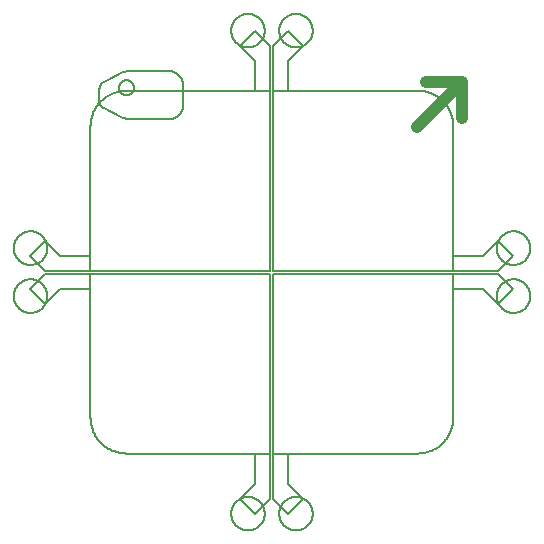
<source format=gbo>
G75*
%MOIN*%
%OFA0B0*%
%FSLAX25Y25*%
%IPPOS*%
%LPD*%
%AMOC8*
5,1,8,0,0,1.08239X$1,22.5*
%
%ADD10C,0.04000*%
%ADD11C,0.00500*%
D10*
X0137558Y0135840D02*
X0152558Y0150840D01*
X0152558Y0138840D01*
X0152558Y0150840D02*
X0140558Y0150840D01*
D11*
X0028558Y0081840D02*
X0028558Y0038911D01*
X0028562Y0038619D01*
X0028572Y0038328D01*
X0028590Y0038037D01*
X0028614Y0037746D01*
X0028646Y0037456D01*
X0028685Y0037167D01*
X0028730Y0036879D01*
X0028783Y0036592D01*
X0028842Y0036306D01*
X0028909Y0036022D01*
X0028982Y0035740D01*
X0029062Y0035459D01*
X0029149Y0035181D01*
X0029242Y0034905D01*
X0029342Y0034631D01*
X0029449Y0034359D01*
X0029562Y0034090D01*
X0029682Y0033824D01*
X0029808Y0033561D01*
X0029941Y0033301D01*
X0030079Y0033045D01*
X0030224Y0032791D01*
X0030375Y0032542D01*
X0030532Y0032296D01*
X0030695Y0032054D01*
X0030863Y0031816D01*
X0031038Y0031582D01*
X0031218Y0031352D01*
X0031403Y0031127D01*
X0031594Y0030906D01*
X0031790Y0030690D01*
X0031991Y0030479D01*
X0032197Y0030273D01*
X0032408Y0030072D01*
X0032624Y0029876D01*
X0032845Y0029685D01*
X0033070Y0029500D01*
X0033300Y0029320D01*
X0033534Y0029145D01*
X0033772Y0028977D01*
X0034014Y0028814D01*
X0034260Y0028657D01*
X0034509Y0028506D01*
X0034763Y0028361D01*
X0035019Y0028223D01*
X0035279Y0028090D01*
X0035542Y0027964D01*
X0035808Y0027844D01*
X0036077Y0027731D01*
X0036349Y0027624D01*
X0036623Y0027524D01*
X0036899Y0027431D01*
X0037177Y0027344D01*
X0037458Y0027264D01*
X0037740Y0027191D01*
X0038024Y0027124D01*
X0038310Y0027065D01*
X0038597Y0027012D01*
X0038885Y0026967D01*
X0039174Y0026928D01*
X0039464Y0026896D01*
X0039755Y0026872D01*
X0040046Y0026854D01*
X0040337Y0026844D01*
X0040629Y0026840D01*
X0083558Y0026840D01*
X0083558Y0016840D01*
X0078558Y0011840D01*
X0083558Y0006840D01*
X0088558Y0011840D01*
X0088558Y0026840D01*
X0088558Y0086840D01*
X0028558Y0086840D01*
X0013558Y0086840D01*
X0008558Y0081840D01*
X0013558Y0076840D01*
X0018558Y0081840D01*
X0028558Y0081840D01*
X0028558Y0086840D01*
X0028558Y0087840D02*
X0013558Y0087840D01*
X0008558Y0092840D01*
X0013558Y0097840D01*
X0018558Y0092840D01*
X0028558Y0092840D01*
X0028558Y0087840D01*
X0088558Y0087840D01*
X0088558Y0147840D01*
X0088558Y0162840D01*
X0083558Y0167840D01*
X0078558Y0162840D01*
X0083558Y0157840D01*
X0083558Y0147840D01*
X0040629Y0147840D01*
X0038058Y0148840D02*
X0038060Y0148939D01*
X0038066Y0149039D01*
X0038076Y0149138D01*
X0038090Y0149236D01*
X0038107Y0149334D01*
X0038129Y0149431D01*
X0038154Y0149527D01*
X0038183Y0149622D01*
X0038216Y0149716D01*
X0038253Y0149808D01*
X0038293Y0149899D01*
X0038337Y0149988D01*
X0038385Y0150076D01*
X0038436Y0150161D01*
X0038490Y0150244D01*
X0038547Y0150326D01*
X0038608Y0150404D01*
X0038672Y0150481D01*
X0038738Y0150554D01*
X0038808Y0150625D01*
X0038880Y0150693D01*
X0038955Y0150759D01*
X0039033Y0150821D01*
X0039113Y0150880D01*
X0039195Y0150936D01*
X0039279Y0150988D01*
X0039366Y0151037D01*
X0039454Y0151083D01*
X0039544Y0151125D01*
X0039636Y0151164D01*
X0039729Y0151199D01*
X0039823Y0151230D01*
X0039919Y0151257D01*
X0040016Y0151280D01*
X0040113Y0151300D01*
X0040211Y0151316D01*
X0040310Y0151328D01*
X0040409Y0151336D01*
X0040508Y0151340D01*
X0040608Y0151340D01*
X0040707Y0151336D01*
X0040806Y0151328D01*
X0040905Y0151316D01*
X0041003Y0151300D01*
X0041100Y0151280D01*
X0041197Y0151257D01*
X0041293Y0151230D01*
X0041387Y0151199D01*
X0041480Y0151164D01*
X0041572Y0151125D01*
X0041662Y0151083D01*
X0041750Y0151037D01*
X0041837Y0150988D01*
X0041921Y0150936D01*
X0042003Y0150880D01*
X0042083Y0150821D01*
X0042161Y0150759D01*
X0042236Y0150693D01*
X0042308Y0150625D01*
X0042378Y0150554D01*
X0042444Y0150481D01*
X0042508Y0150404D01*
X0042569Y0150326D01*
X0042626Y0150244D01*
X0042680Y0150161D01*
X0042731Y0150076D01*
X0042779Y0149988D01*
X0042823Y0149899D01*
X0042863Y0149808D01*
X0042900Y0149716D01*
X0042933Y0149622D01*
X0042962Y0149527D01*
X0042987Y0149431D01*
X0043009Y0149334D01*
X0043026Y0149236D01*
X0043040Y0149138D01*
X0043050Y0149039D01*
X0043056Y0148939D01*
X0043058Y0148840D01*
X0043056Y0148741D01*
X0043050Y0148641D01*
X0043040Y0148542D01*
X0043026Y0148444D01*
X0043009Y0148346D01*
X0042987Y0148249D01*
X0042962Y0148153D01*
X0042933Y0148058D01*
X0042900Y0147964D01*
X0042863Y0147872D01*
X0042823Y0147781D01*
X0042779Y0147692D01*
X0042731Y0147604D01*
X0042680Y0147519D01*
X0042626Y0147436D01*
X0042569Y0147354D01*
X0042508Y0147276D01*
X0042444Y0147199D01*
X0042378Y0147126D01*
X0042308Y0147055D01*
X0042236Y0146987D01*
X0042161Y0146921D01*
X0042083Y0146859D01*
X0042003Y0146800D01*
X0041921Y0146744D01*
X0041837Y0146692D01*
X0041750Y0146643D01*
X0041662Y0146597D01*
X0041572Y0146555D01*
X0041480Y0146516D01*
X0041387Y0146481D01*
X0041293Y0146450D01*
X0041197Y0146423D01*
X0041100Y0146400D01*
X0041003Y0146380D01*
X0040905Y0146364D01*
X0040806Y0146352D01*
X0040707Y0146344D01*
X0040608Y0146340D01*
X0040508Y0146340D01*
X0040409Y0146344D01*
X0040310Y0146352D01*
X0040211Y0146364D01*
X0040113Y0146380D01*
X0040016Y0146400D01*
X0039919Y0146423D01*
X0039823Y0146450D01*
X0039729Y0146481D01*
X0039636Y0146516D01*
X0039544Y0146555D01*
X0039454Y0146597D01*
X0039366Y0146643D01*
X0039279Y0146692D01*
X0039195Y0146744D01*
X0039113Y0146800D01*
X0039033Y0146859D01*
X0038955Y0146921D01*
X0038880Y0146987D01*
X0038808Y0147055D01*
X0038738Y0147126D01*
X0038672Y0147199D01*
X0038608Y0147276D01*
X0038547Y0147354D01*
X0038490Y0147436D01*
X0038436Y0147519D01*
X0038385Y0147604D01*
X0038337Y0147692D01*
X0038293Y0147781D01*
X0038253Y0147872D01*
X0038216Y0147964D01*
X0038183Y0148058D01*
X0038154Y0148153D01*
X0038129Y0148249D01*
X0038107Y0148346D01*
X0038090Y0148444D01*
X0038076Y0148542D01*
X0038066Y0148641D01*
X0038060Y0148741D01*
X0038058Y0148840D01*
X0039527Y0153892D02*
X0039655Y0153951D01*
X0039784Y0154007D01*
X0039914Y0154059D01*
X0040047Y0154108D01*
X0040180Y0154152D01*
X0040315Y0154193D01*
X0040450Y0154231D01*
X0040587Y0154264D01*
X0040724Y0154293D01*
X0040863Y0154319D01*
X0041002Y0154341D01*
X0041141Y0154358D01*
X0041281Y0154372D01*
X0041422Y0154382D01*
X0041562Y0154388D01*
X0041703Y0154390D01*
X0054558Y0154390D01*
X0054698Y0154388D01*
X0054838Y0154382D01*
X0054978Y0154372D01*
X0055118Y0154359D01*
X0055257Y0154341D01*
X0055396Y0154319D01*
X0055533Y0154294D01*
X0055671Y0154265D01*
X0055807Y0154232D01*
X0055942Y0154195D01*
X0056076Y0154154D01*
X0056209Y0154109D01*
X0056341Y0154061D01*
X0056471Y0154009D01*
X0056600Y0153954D01*
X0056727Y0153895D01*
X0056853Y0153832D01*
X0056977Y0153766D01*
X0057098Y0153697D01*
X0057218Y0153624D01*
X0057336Y0153547D01*
X0057451Y0153468D01*
X0057565Y0153385D01*
X0057675Y0153299D01*
X0057784Y0153210D01*
X0057890Y0153118D01*
X0057993Y0153023D01*
X0058094Y0152926D01*
X0058191Y0152825D01*
X0058286Y0152722D01*
X0058378Y0152616D01*
X0058467Y0152507D01*
X0058553Y0152397D01*
X0058636Y0152283D01*
X0058715Y0152168D01*
X0058792Y0152050D01*
X0058865Y0151930D01*
X0058934Y0151809D01*
X0059000Y0151685D01*
X0059063Y0151559D01*
X0059122Y0151432D01*
X0059177Y0151303D01*
X0059229Y0151173D01*
X0059277Y0151041D01*
X0059322Y0150908D01*
X0059363Y0150774D01*
X0059400Y0150639D01*
X0059433Y0150503D01*
X0059462Y0150365D01*
X0059487Y0150228D01*
X0059509Y0150089D01*
X0059527Y0149950D01*
X0059540Y0149810D01*
X0059550Y0149670D01*
X0059556Y0149530D01*
X0059558Y0149390D01*
X0059558Y0143290D01*
X0059556Y0143150D01*
X0059550Y0143010D01*
X0059540Y0142870D01*
X0059527Y0142730D01*
X0059509Y0142591D01*
X0059487Y0142452D01*
X0059462Y0142315D01*
X0059433Y0142177D01*
X0059400Y0142041D01*
X0059363Y0141906D01*
X0059322Y0141772D01*
X0059277Y0141639D01*
X0059229Y0141507D01*
X0059177Y0141377D01*
X0059122Y0141248D01*
X0059063Y0141121D01*
X0059000Y0140995D01*
X0058934Y0140871D01*
X0058865Y0140750D01*
X0058792Y0140630D01*
X0058715Y0140512D01*
X0058636Y0140397D01*
X0058553Y0140283D01*
X0058467Y0140173D01*
X0058378Y0140064D01*
X0058286Y0139958D01*
X0058191Y0139855D01*
X0058094Y0139754D01*
X0057993Y0139657D01*
X0057890Y0139562D01*
X0057784Y0139470D01*
X0057675Y0139381D01*
X0057565Y0139295D01*
X0057451Y0139212D01*
X0057336Y0139133D01*
X0057218Y0139056D01*
X0057098Y0138983D01*
X0056977Y0138914D01*
X0056853Y0138848D01*
X0056727Y0138785D01*
X0056600Y0138726D01*
X0056471Y0138671D01*
X0056341Y0138619D01*
X0056209Y0138571D01*
X0056076Y0138526D01*
X0055942Y0138485D01*
X0055807Y0138448D01*
X0055671Y0138415D01*
X0055533Y0138386D01*
X0055396Y0138361D01*
X0055257Y0138339D01*
X0055118Y0138321D01*
X0054978Y0138308D01*
X0054838Y0138298D01*
X0054698Y0138292D01*
X0054558Y0138290D01*
X0041703Y0138290D01*
X0039527Y0138788D02*
X0032970Y0141958D01*
X0032884Y0142002D01*
X0032800Y0142049D01*
X0032717Y0142099D01*
X0032637Y0142152D01*
X0032558Y0142209D01*
X0032482Y0142268D01*
X0032408Y0142331D01*
X0032337Y0142396D01*
X0032268Y0142464D01*
X0032202Y0142534D01*
X0032139Y0142607D01*
X0032078Y0142682D01*
X0032021Y0142760D01*
X0031966Y0142840D01*
X0031915Y0142922D01*
X0031867Y0143005D01*
X0031822Y0143091D01*
X0031780Y0143178D01*
X0031742Y0143267D01*
X0031708Y0143357D01*
X0031676Y0143448D01*
X0031649Y0143541D01*
X0031625Y0143635D01*
X0031605Y0143729D01*
X0031588Y0143824D01*
X0031575Y0143920D01*
X0031565Y0144016D01*
X0031560Y0144112D01*
X0031558Y0144209D01*
X0031558Y0148472D01*
X0031560Y0148569D01*
X0031565Y0148665D01*
X0031575Y0148761D01*
X0031588Y0148857D01*
X0031605Y0148952D01*
X0031625Y0149046D01*
X0031649Y0149140D01*
X0031676Y0149233D01*
X0031708Y0149324D01*
X0031742Y0149414D01*
X0031780Y0149503D01*
X0031822Y0149590D01*
X0031867Y0149676D01*
X0031915Y0149759D01*
X0031966Y0149841D01*
X0032021Y0149921D01*
X0032078Y0149999D01*
X0032139Y0150074D01*
X0032202Y0150147D01*
X0032268Y0150217D01*
X0032337Y0150285D01*
X0032408Y0150350D01*
X0032482Y0150413D01*
X0032558Y0150472D01*
X0032637Y0150529D01*
X0032717Y0150582D01*
X0032800Y0150632D01*
X0032884Y0150679D01*
X0032970Y0150723D01*
X0039527Y0153892D01*
X0039527Y0138788D02*
X0039655Y0138729D01*
X0039784Y0138673D01*
X0039914Y0138621D01*
X0040047Y0138572D01*
X0040180Y0138528D01*
X0040315Y0138487D01*
X0040450Y0138449D01*
X0040587Y0138416D01*
X0040724Y0138387D01*
X0040863Y0138361D01*
X0041002Y0138339D01*
X0041141Y0138322D01*
X0041281Y0138308D01*
X0041422Y0138298D01*
X0041562Y0138292D01*
X0041703Y0138290D01*
X0040629Y0147840D02*
X0040337Y0147836D01*
X0040046Y0147826D01*
X0039755Y0147808D01*
X0039464Y0147784D01*
X0039174Y0147752D01*
X0038885Y0147713D01*
X0038597Y0147668D01*
X0038310Y0147615D01*
X0038024Y0147556D01*
X0037740Y0147489D01*
X0037458Y0147416D01*
X0037177Y0147336D01*
X0036899Y0147249D01*
X0036623Y0147156D01*
X0036349Y0147056D01*
X0036077Y0146949D01*
X0035808Y0146836D01*
X0035542Y0146716D01*
X0035279Y0146590D01*
X0035019Y0146457D01*
X0034763Y0146319D01*
X0034509Y0146174D01*
X0034260Y0146023D01*
X0034014Y0145866D01*
X0033772Y0145703D01*
X0033534Y0145535D01*
X0033300Y0145360D01*
X0033070Y0145180D01*
X0032845Y0144995D01*
X0032624Y0144804D01*
X0032408Y0144608D01*
X0032197Y0144407D01*
X0031991Y0144201D01*
X0031790Y0143990D01*
X0031594Y0143774D01*
X0031403Y0143553D01*
X0031218Y0143328D01*
X0031038Y0143098D01*
X0030863Y0142864D01*
X0030695Y0142626D01*
X0030532Y0142384D01*
X0030375Y0142138D01*
X0030224Y0141889D01*
X0030079Y0141635D01*
X0029941Y0141379D01*
X0029808Y0141119D01*
X0029682Y0140856D01*
X0029562Y0140590D01*
X0029449Y0140321D01*
X0029342Y0140049D01*
X0029242Y0139775D01*
X0029149Y0139499D01*
X0029062Y0139221D01*
X0028982Y0138940D01*
X0028909Y0138658D01*
X0028842Y0138374D01*
X0028783Y0138088D01*
X0028730Y0137801D01*
X0028685Y0137513D01*
X0028646Y0137224D01*
X0028614Y0136934D01*
X0028590Y0136643D01*
X0028572Y0136352D01*
X0028562Y0136061D01*
X0028558Y0135769D01*
X0028558Y0092840D01*
X0002968Y0095340D02*
X0002970Y0095489D01*
X0002976Y0095639D01*
X0002986Y0095788D01*
X0003000Y0095937D01*
X0003018Y0096085D01*
X0003040Y0096233D01*
X0003066Y0096380D01*
X0003095Y0096527D01*
X0003129Y0096672D01*
X0003167Y0096817D01*
X0003208Y0096960D01*
X0003253Y0097103D01*
X0003302Y0097244D01*
X0003355Y0097384D01*
X0003412Y0097522D01*
X0003472Y0097659D01*
X0003536Y0097794D01*
X0003603Y0097928D01*
X0003674Y0098059D01*
X0003748Y0098189D01*
X0003826Y0098316D01*
X0003907Y0098442D01*
X0003992Y0098565D01*
X0004080Y0098686D01*
X0004171Y0098804D01*
X0004265Y0098920D01*
X0004362Y0099034D01*
X0004463Y0099145D01*
X0004566Y0099253D01*
X0004672Y0099358D01*
X0004781Y0099461D01*
X0004892Y0099560D01*
X0005006Y0099657D01*
X0005123Y0099750D01*
X0005242Y0099840D01*
X0005364Y0099927D01*
X0005487Y0100011D01*
X0005613Y0100092D01*
X0005741Y0100169D01*
X0005872Y0100242D01*
X0006004Y0100312D01*
X0006137Y0100379D01*
X0006273Y0100442D01*
X0006410Y0100501D01*
X0006549Y0100556D01*
X0006689Y0100608D01*
X0006831Y0100656D01*
X0006973Y0100701D01*
X0007117Y0100741D01*
X0007262Y0100778D01*
X0007408Y0100810D01*
X0007555Y0100839D01*
X0007702Y0100864D01*
X0007850Y0100885D01*
X0007998Y0100902D01*
X0008147Y0100915D01*
X0008297Y0100924D01*
X0008446Y0100929D01*
X0008595Y0100930D01*
X0008745Y0100927D01*
X0008894Y0100920D01*
X0009043Y0100909D01*
X0009192Y0100894D01*
X0009340Y0100875D01*
X0009488Y0100852D01*
X0009635Y0100825D01*
X0009781Y0100795D01*
X0009926Y0100760D01*
X0010071Y0100721D01*
X0010214Y0100679D01*
X0010356Y0100633D01*
X0010497Y0100583D01*
X0010637Y0100529D01*
X0010775Y0100472D01*
X0010911Y0100411D01*
X0011046Y0100346D01*
X0011179Y0100278D01*
X0011310Y0100206D01*
X0011439Y0100130D01*
X0011566Y0100052D01*
X0011691Y0099970D01*
X0011813Y0099884D01*
X0011934Y0099796D01*
X0012052Y0099704D01*
X0012167Y0099609D01*
X0012280Y0099511D01*
X0012390Y0099410D01*
X0012497Y0099306D01*
X0012602Y0099199D01*
X0012704Y0099090D01*
X0012803Y0098978D01*
X0012898Y0098863D01*
X0012991Y0098745D01*
X0013080Y0098626D01*
X0013167Y0098504D01*
X0013250Y0098379D01*
X0013329Y0098253D01*
X0013405Y0098124D01*
X0013478Y0097994D01*
X0013547Y0097861D01*
X0013613Y0097727D01*
X0013675Y0097591D01*
X0013733Y0097453D01*
X0013788Y0097314D01*
X0013839Y0097174D01*
X0013886Y0097032D01*
X0013929Y0096889D01*
X0013969Y0096745D01*
X0014004Y0096599D01*
X0014036Y0096453D01*
X0014064Y0096307D01*
X0014088Y0096159D01*
X0014108Y0096011D01*
X0014124Y0095862D01*
X0014136Y0095713D01*
X0014144Y0095564D01*
X0014148Y0095415D01*
X0014148Y0095265D01*
X0014144Y0095116D01*
X0014136Y0094967D01*
X0014124Y0094818D01*
X0014108Y0094669D01*
X0014088Y0094521D01*
X0014064Y0094373D01*
X0014036Y0094227D01*
X0014004Y0094081D01*
X0013969Y0093935D01*
X0013929Y0093791D01*
X0013886Y0093648D01*
X0013839Y0093506D01*
X0013788Y0093366D01*
X0013733Y0093227D01*
X0013675Y0093089D01*
X0013613Y0092953D01*
X0013547Y0092819D01*
X0013478Y0092686D01*
X0013405Y0092556D01*
X0013329Y0092427D01*
X0013250Y0092301D01*
X0013167Y0092176D01*
X0013080Y0092054D01*
X0012991Y0091935D01*
X0012898Y0091817D01*
X0012803Y0091702D01*
X0012704Y0091590D01*
X0012602Y0091481D01*
X0012497Y0091374D01*
X0012390Y0091270D01*
X0012280Y0091169D01*
X0012167Y0091071D01*
X0012052Y0090976D01*
X0011934Y0090884D01*
X0011813Y0090796D01*
X0011691Y0090710D01*
X0011566Y0090628D01*
X0011439Y0090550D01*
X0011310Y0090474D01*
X0011179Y0090402D01*
X0011046Y0090334D01*
X0010911Y0090269D01*
X0010775Y0090208D01*
X0010637Y0090151D01*
X0010497Y0090097D01*
X0010356Y0090047D01*
X0010214Y0090001D01*
X0010071Y0089959D01*
X0009926Y0089920D01*
X0009781Y0089885D01*
X0009635Y0089855D01*
X0009488Y0089828D01*
X0009340Y0089805D01*
X0009192Y0089786D01*
X0009043Y0089771D01*
X0008894Y0089760D01*
X0008745Y0089753D01*
X0008595Y0089750D01*
X0008446Y0089751D01*
X0008297Y0089756D01*
X0008147Y0089765D01*
X0007998Y0089778D01*
X0007850Y0089795D01*
X0007702Y0089816D01*
X0007555Y0089841D01*
X0007408Y0089870D01*
X0007262Y0089902D01*
X0007117Y0089939D01*
X0006973Y0089979D01*
X0006831Y0090024D01*
X0006689Y0090072D01*
X0006549Y0090124D01*
X0006410Y0090179D01*
X0006273Y0090238D01*
X0006137Y0090301D01*
X0006004Y0090368D01*
X0005872Y0090438D01*
X0005741Y0090511D01*
X0005613Y0090588D01*
X0005487Y0090669D01*
X0005364Y0090753D01*
X0005242Y0090840D01*
X0005123Y0090930D01*
X0005006Y0091023D01*
X0004892Y0091120D01*
X0004781Y0091219D01*
X0004672Y0091322D01*
X0004566Y0091427D01*
X0004463Y0091535D01*
X0004362Y0091646D01*
X0004265Y0091760D01*
X0004171Y0091876D01*
X0004080Y0091994D01*
X0003992Y0092115D01*
X0003907Y0092238D01*
X0003826Y0092364D01*
X0003748Y0092491D01*
X0003674Y0092621D01*
X0003603Y0092752D01*
X0003536Y0092886D01*
X0003472Y0093021D01*
X0003412Y0093158D01*
X0003355Y0093296D01*
X0003302Y0093436D01*
X0003253Y0093577D01*
X0003208Y0093720D01*
X0003167Y0093863D01*
X0003129Y0094008D01*
X0003095Y0094153D01*
X0003066Y0094300D01*
X0003040Y0094447D01*
X0003018Y0094595D01*
X0003000Y0094743D01*
X0002986Y0094892D01*
X0002976Y0095041D01*
X0002970Y0095191D01*
X0002968Y0095340D01*
X0002968Y0079340D02*
X0002970Y0079489D01*
X0002976Y0079639D01*
X0002986Y0079788D01*
X0003000Y0079937D01*
X0003018Y0080085D01*
X0003040Y0080233D01*
X0003066Y0080380D01*
X0003095Y0080527D01*
X0003129Y0080672D01*
X0003167Y0080817D01*
X0003208Y0080960D01*
X0003253Y0081103D01*
X0003302Y0081244D01*
X0003355Y0081384D01*
X0003412Y0081522D01*
X0003472Y0081659D01*
X0003536Y0081794D01*
X0003603Y0081928D01*
X0003674Y0082059D01*
X0003748Y0082189D01*
X0003826Y0082316D01*
X0003907Y0082442D01*
X0003992Y0082565D01*
X0004080Y0082686D01*
X0004171Y0082804D01*
X0004265Y0082920D01*
X0004362Y0083034D01*
X0004463Y0083145D01*
X0004566Y0083253D01*
X0004672Y0083358D01*
X0004781Y0083461D01*
X0004892Y0083560D01*
X0005006Y0083657D01*
X0005123Y0083750D01*
X0005242Y0083840D01*
X0005364Y0083927D01*
X0005487Y0084011D01*
X0005613Y0084092D01*
X0005741Y0084169D01*
X0005872Y0084242D01*
X0006004Y0084312D01*
X0006137Y0084379D01*
X0006273Y0084442D01*
X0006410Y0084501D01*
X0006549Y0084556D01*
X0006689Y0084608D01*
X0006831Y0084656D01*
X0006973Y0084701D01*
X0007117Y0084741D01*
X0007262Y0084778D01*
X0007408Y0084810D01*
X0007555Y0084839D01*
X0007702Y0084864D01*
X0007850Y0084885D01*
X0007998Y0084902D01*
X0008147Y0084915D01*
X0008297Y0084924D01*
X0008446Y0084929D01*
X0008595Y0084930D01*
X0008745Y0084927D01*
X0008894Y0084920D01*
X0009043Y0084909D01*
X0009192Y0084894D01*
X0009340Y0084875D01*
X0009488Y0084852D01*
X0009635Y0084825D01*
X0009781Y0084795D01*
X0009926Y0084760D01*
X0010071Y0084721D01*
X0010214Y0084679D01*
X0010356Y0084633D01*
X0010497Y0084583D01*
X0010637Y0084529D01*
X0010775Y0084472D01*
X0010911Y0084411D01*
X0011046Y0084346D01*
X0011179Y0084278D01*
X0011310Y0084206D01*
X0011439Y0084130D01*
X0011566Y0084052D01*
X0011691Y0083970D01*
X0011813Y0083884D01*
X0011934Y0083796D01*
X0012052Y0083704D01*
X0012167Y0083609D01*
X0012280Y0083511D01*
X0012390Y0083410D01*
X0012497Y0083306D01*
X0012602Y0083199D01*
X0012704Y0083090D01*
X0012803Y0082978D01*
X0012898Y0082863D01*
X0012991Y0082745D01*
X0013080Y0082626D01*
X0013167Y0082504D01*
X0013250Y0082379D01*
X0013329Y0082253D01*
X0013405Y0082124D01*
X0013478Y0081994D01*
X0013547Y0081861D01*
X0013613Y0081727D01*
X0013675Y0081591D01*
X0013733Y0081453D01*
X0013788Y0081314D01*
X0013839Y0081174D01*
X0013886Y0081032D01*
X0013929Y0080889D01*
X0013969Y0080745D01*
X0014004Y0080599D01*
X0014036Y0080453D01*
X0014064Y0080307D01*
X0014088Y0080159D01*
X0014108Y0080011D01*
X0014124Y0079862D01*
X0014136Y0079713D01*
X0014144Y0079564D01*
X0014148Y0079415D01*
X0014148Y0079265D01*
X0014144Y0079116D01*
X0014136Y0078967D01*
X0014124Y0078818D01*
X0014108Y0078669D01*
X0014088Y0078521D01*
X0014064Y0078373D01*
X0014036Y0078227D01*
X0014004Y0078081D01*
X0013969Y0077935D01*
X0013929Y0077791D01*
X0013886Y0077648D01*
X0013839Y0077506D01*
X0013788Y0077366D01*
X0013733Y0077227D01*
X0013675Y0077089D01*
X0013613Y0076953D01*
X0013547Y0076819D01*
X0013478Y0076686D01*
X0013405Y0076556D01*
X0013329Y0076427D01*
X0013250Y0076301D01*
X0013167Y0076176D01*
X0013080Y0076054D01*
X0012991Y0075935D01*
X0012898Y0075817D01*
X0012803Y0075702D01*
X0012704Y0075590D01*
X0012602Y0075481D01*
X0012497Y0075374D01*
X0012390Y0075270D01*
X0012280Y0075169D01*
X0012167Y0075071D01*
X0012052Y0074976D01*
X0011934Y0074884D01*
X0011813Y0074796D01*
X0011691Y0074710D01*
X0011566Y0074628D01*
X0011439Y0074550D01*
X0011310Y0074474D01*
X0011179Y0074402D01*
X0011046Y0074334D01*
X0010911Y0074269D01*
X0010775Y0074208D01*
X0010637Y0074151D01*
X0010497Y0074097D01*
X0010356Y0074047D01*
X0010214Y0074001D01*
X0010071Y0073959D01*
X0009926Y0073920D01*
X0009781Y0073885D01*
X0009635Y0073855D01*
X0009488Y0073828D01*
X0009340Y0073805D01*
X0009192Y0073786D01*
X0009043Y0073771D01*
X0008894Y0073760D01*
X0008745Y0073753D01*
X0008595Y0073750D01*
X0008446Y0073751D01*
X0008297Y0073756D01*
X0008147Y0073765D01*
X0007998Y0073778D01*
X0007850Y0073795D01*
X0007702Y0073816D01*
X0007555Y0073841D01*
X0007408Y0073870D01*
X0007262Y0073902D01*
X0007117Y0073939D01*
X0006973Y0073979D01*
X0006831Y0074024D01*
X0006689Y0074072D01*
X0006549Y0074124D01*
X0006410Y0074179D01*
X0006273Y0074238D01*
X0006137Y0074301D01*
X0006004Y0074368D01*
X0005872Y0074438D01*
X0005741Y0074511D01*
X0005613Y0074588D01*
X0005487Y0074669D01*
X0005364Y0074753D01*
X0005242Y0074840D01*
X0005123Y0074930D01*
X0005006Y0075023D01*
X0004892Y0075120D01*
X0004781Y0075219D01*
X0004672Y0075322D01*
X0004566Y0075427D01*
X0004463Y0075535D01*
X0004362Y0075646D01*
X0004265Y0075760D01*
X0004171Y0075876D01*
X0004080Y0075994D01*
X0003992Y0076115D01*
X0003907Y0076238D01*
X0003826Y0076364D01*
X0003748Y0076491D01*
X0003674Y0076621D01*
X0003603Y0076752D01*
X0003536Y0076886D01*
X0003472Y0077021D01*
X0003412Y0077158D01*
X0003355Y0077296D01*
X0003302Y0077436D01*
X0003253Y0077577D01*
X0003208Y0077720D01*
X0003167Y0077863D01*
X0003129Y0078008D01*
X0003095Y0078153D01*
X0003066Y0078300D01*
X0003040Y0078447D01*
X0003018Y0078595D01*
X0003000Y0078743D01*
X0002986Y0078892D01*
X0002976Y0079041D01*
X0002970Y0079191D01*
X0002968Y0079340D01*
X0075468Y0006840D02*
X0075470Y0006989D01*
X0075476Y0007139D01*
X0075486Y0007288D01*
X0075500Y0007437D01*
X0075518Y0007585D01*
X0075540Y0007733D01*
X0075566Y0007880D01*
X0075595Y0008027D01*
X0075629Y0008172D01*
X0075667Y0008317D01*
X0075708Y0008460D01*
X0075753Y0008603D01*
X0075802Y0008744D01*
X0075855Y0008884D01*
X0075912Y0009022D01*
X0075972Y0009159D01*
X0076036Y0009294D01*
X0076103Y0009428D01*
X0076174Y0009559D01*
X0076248Y0009689D01*
X0076326Y0009816D01*
X0076407Y0009942D01*
X0076492Y0010065D01*
X0076580Y0010186D01*
X0076671Y0010304D01*
X0076765Y0010420D01*
X0076862Y0010534D01*
X0076963Y0010645D01*
X0077066Y0010753D01*
X0077172Y0010858D01*
X0077281Y0010961D01*
X0077392Y0011060D01*
X0077506Y0011157D01*
X0077623Y0011250D01*
X0077742Y0011340D01*
X0077864Y0011427D01*
X0077987Y0011511D01*
X0078113Y0011592D01*
X0078241Y0011669D01*
X0078372Y0011742D01*
X0078504Y0011812D01*
X0078637Y0011879D01*
X0078773Y0011942D01*
X0078910Y0012001D01*
X0079049Y0012056D01*
X0079189Y0012108D01*
X0079331Y0012156D01*
X0079473Y0012201D01*
X0079617Y0012241D01*
X0079762Y0012278D01*
X0079908Y0012310D01*
X0080055Y0012339D01*
X0080202Y0012364D01*
X0080350Y0012385D01*
X0080498Y0012402D01*
X0080647Y0012415D01*
X0080797Y0012424D01*
X0080946Y0012429D01*
X0081095Y0012430D01*
X0081245Y0012427D01*
X0081394Y0012420D01*
X0081543Y0012409D01*
X0081692Y0012394D01*
X0081840Y0012375D01*
X0081988Y0012352D01*
X0082135Y0012325D01*
X0082281Y0012295D01*
X0082426Y0012260D01*
X0082571Y0012221D01*
X0082714Y0012179D01*
X0082856Y0012133D01*
X0082997Y0012083D01*
X0083137Y0012029D01*
X0083275Y0011972D01*
X0083411Y0011911D01*
X0083546Y0011846D01*
X0083679Y0011778D01*
X0083810Y0011706D01*
X0083939Y0011630D01*
X0084066Y0011552D01*
X0084191Y0011470D01*
X0084313Y0011384D01*
X0084434Y0011296D01*
X0084552Y0011204D01*
X0084667Y0011109D01*
X0084780Y0011011D01*
X0084890Y0010910D01*
X0084997Y0010806D01*
X0085102Y0010699D01*
X0085204Y0010590D01*
X0085303Y0010478D01*
X0085398Y0010363D01*
X0085491Y0010245D01*
X0085580Y0010126D01*
X0085667Y0010004D01*
X0085750Y0009879D01*
X0085829Y0009753D01*
X0085905Y0009624D01*
X0085978Y0009494D01*
X0086047Y0009361D01*
X0086113Y0009227D01*
X0086175Y0009091D01*
X0086233Y0008953D01*
X0086288Y0008814D01*
X0086339Y0008674D01*
X0086386Y0008532D01*
X0086429Y0008389D01*
X0086469Y0008245D01*
X0086504Y0008099D01*
X0086536Y0007953D01*
X0086564Y0007807D01*
X0086588Y0007659D01*
X0086608Y0007511D01*
X0086624Y0007362D01*
X0086636Y0007213D01*
X0086644Y0007064D01*
X0086648Y0006915D01*
X0086648Y0006765D01*
X0086644Y0006616D01*
X0086636Y0006467D01*
X0086624Y0006318D01*
X0086608Y0006169D01*
X0086588Y0006021D01*
X0086564Y0005873D01*
X0086536Y0005727D01*
X0086504Y0005581D01*
X0086469Y0005435D01*
X0086429Y0005291D01*
X0086386Y0005148D01*
X0086339Y0005006D01*
X0086288Y0004866D01*
X0086233Y0004727D01*
X0086175Y0004589D01*
X0086113Y0004453D01*
X0086047Y0004319D01*
X0085978Y0004186D01*
X0085905Y0004056D01*
X0085829Y0003927D01*
X0085750Y0003801D01*
X0085667Y0003676D01*
X0085580Y0003554D01*
X0085491Y0003435D01*
X0085398Y0003317D01*
X0085303Y0003202D01*
X0085204Y0003090D01*
X0085102Y0002981D01*
X0084997Y0002874D01*
X0084890Y0002770D01*
X0084780Y0002669D01*
X0084667Y0002571D01*
X0084552Y0002476D01*
X0084434Y0002384D01*
X0084313Y0002296D01*
X0084191Y0002210D01*
X0084066Y0002128D01*
X0083939Y0002050D01*
X0083810Y0001974D01*
X0083679Y0001902D01*
X0083546Y0001834D01*
X0083411Y0001769D01*
X0083275Y0001708D01*
X0083137Y0001651D01*
X0082997Y0001597D01*
X0082856Y0001547D01*
X0082714Y0001501D01*
X0082571Y0001459D01*
X0082426Y0001420D01*
X0082281Y0001385D01*
X0082135Y0001355D01*
X0081988Y0001328D01*
X0081840Y0001305D01*
X0081692Y0001286D01*
X0081543Y0001271D01*
X0081394Y0001260D01*
X0081245Y0001253D01*
X0081095Y0001250D01*
X0080946Y0001251D01*
X0080797Y0001256D01*
X0080647Y0001265D01*
X0080498Y0001278D01*
X0080350Y0001295D01*
X0080202Y0001316D01*
X0080055Y0001341D01*
X0079908Y0001370D01*
X0079762Y0001402D01*
X0079617Y0001439D01*
X0079473Y0001479D01*
X0079331Y0001524D01*
X0079189Y0001572D01*
X0079049Y0001624D01*
X0078910Y0001679D01*
X0078773Y0001738D01*
X0078637Y0001801D01*
X0078504Y0001868D01*
X0078372Y0001938D01*
X0078241Y0002011D01*
X0078113Y0002088D01*
X0077987Y0002169D01*
X0077864Y0002253D01*
X0077742Y0002340D01*
X0077623Y0002430D01*
X0077506Y0002523D01*
X0077392Y0002620D01*
X0077281Y0002719D01*
X0077172Y0002822D01*
X0077066Y0002927D01*
X0076963Y0003035D01*
X0076862Y0003146D01*
X0076765Y0003260D01*
X0076671Y0003376D01*
X0076580Y0003494D01*
X0076492Y0003615D01*
X0076407Y0003738D01*
X0076326Y0003864D01*
X0076248Y0003991D01*
X0076174Y0004121D01*
X0076103Y0004252D01*
X0076036Y0004386D01*
X0075972Y0004521D01*
X0075912Y0004658D01*
X0075855Y0004796D01*
X0075802Y0004936D01*
X0075753Y0005077D01*
X0075708Y0005220D01*
X0075667Y0005363D01*
X0075629Y0005508D01*
X0075595Y0005653D01*
X0075566Y0005800D01*
X0075540Y0005947D01*
X0075518Y0006095D01*
X0075500Y0006243D01*
X0075486Y0006392D01*
X0075476Y0006541D01*
X0075470Y0006691D01*
X0075468Y0006840D01*
X0089558Y0011840D02*
X0094558Y0006840D01*
X0099558Y0011840D01*
X0094558Y0016840D01*
X0094558Y0026840D01*
X0137487Y0026840D01*
X0137779Y0026844D01*
X0138070Y0026854D01*
X0138361Y0026872D01*
X0138652Y0026896D01*
X0138942Y0026928D01*
X0139231Y0026967D01*
X0139519Y0027012D01*
X0139806Y0027065D01*
X0140092Y0027124D01*
X0140376Y0027191D01*
X0140658Y0027264D01*
X0140939Y0027344D01*
X0141217Y0027431D01*
X0141493Y0027524D01*
X0141767Y0027624D01*
X0142039Y0027731D01*
X0142308Y0027844D01*
X0142574Y0027964D01*
X0142837Y0028090D01*
X0143097Y0028223D01*
X0143353Y0028361D01*
X0143607Y0028506D01*
X0143856Y0028657D01*
X0144102Y0028814D01*
X0144344Y0028977D01*
X0144582Y0029145D01*
X0144816Y0029320D01*
X0145046Y0029500D01*
X0145271Y0029685D01*
X0145492Y0029876D01*
X0145708Y0030072D01*
X0145919Y0030273D01*
X0146125Y0030479D01*
X0146326Y0030690D01*
X0146522Y0030906D01*
X0146713Y0031127D01*
X0146898Y0031352D01*
X0147078Y0031582D01*
X0147253Y0031816D01*
X0147421Y0032054D01*
X0147584Y0032296D01*
X0147741Y0032542D01*
X0147892Y0032791D01*
X0148037Y0033045D01*
X0148175Y0033301D01*
X0148308Y0033561D01*
X0148434Y0033824D01*
X0148554Y0034090D01*
X0148667Y0034359D01*
X0148774Y0034631D01*
X0148874Y0034905D01*
X0148967Y0035181D01*
X0149054Y0035459D01*
X0149134Y0035740D01*
X0149207Y0036022D01*
X0149274Y0036306D01*
X0149333Y0036592D01*
X0149386Y0036879D01*
X0149431Y0037167D01*
X0149470Y0037456D01*
X0149502Y0037746D01*
X0149526Y0038037D01*
X0149544Y0038328D01*
X0149554Y0038619D01*
X0149558Y0038911D01*
X0149558Y0081840D01*
X0159558Y0081840D01*
X0164558Y0076840D01*
X0169558Y0081840D01*
X0164558Y0086840D01*
X0149558Y0086840D01*
X0089558Y0086840D01*
X0089558Y0026840D01*
X0089558Y0011840D01*
X0091468Y0006840D02*
X0091470Y0006989D01*
X0091476Y0007139D01*
X0091486Y0007288D01*
X0091500Y0007437D01*
X0091518Y0007585D01*
X0091540Y0007733D01*
X0091566Y0007880D01*
X0091595Y0008027D01*
X0091629Y0008172D01*
X0091667Y0008317D01*
X0091708Y0008460D01*
X0091753Y0008603D01*
X0091802Y0008744D01*
X0091855Y0008884D01*
X0091912Y0009022D01*
X0091972Y0009159D01*
X0092036Y0009294D01*
X0092103Y0009428D01*
X0092174Y0009559D01*
X0092248Y0009689D01*
X0092326Y0009816D01*
X0092407Y0009942D01*
X0092492Y0010065D01*
X0092580Y0010186D01*
X0092671Y0010304D01*
X0092765Y0010420D01*
X0092862Y0010534D01*
X0092963Y0010645D01*
X0093066Y0010753D01*
X0093172Y0010858D01*
X0093281Y0010961D01*
X0093392Y0011060D01*
X0093506Y0011157D01*
X0093623Y0011250D01*
X0093742Y0011340D01*
X0093864Y0011427D01*
X0093987Y0011511D01*
X0094113Y0011592D01*
X0094241Y0011669D01*
X0094372Y0011742D01*
X0094504Y0011812D01*
X0094637Y0011879D01*
X0094773Y0011942D01*
X0094910Y0012001D01*
X0095049Y0012056D01*
X0095189Y0012108D01*
X0095331Y0012156D01*
X0095473Y0012201D01*
X0095617Y0012241D01*
X0095762Y0012278D01*
X0095908Y0012310D01*
X0096055Y0012339D01*
X0096202Y0012364D01*
X0096350Y0012385D01*
X0096498Y0012402D01*
X0096647Y0012415D01*
X0096797Y0012424D01*
X0096946Y0012429D01*
X0097095Y0012430D01*
X0097245Y0012427D01*
X0097394Y0012420D01*
X0097543Y0012409D01*
X0097692Y0012394D01*
X0097840Y0012375D01*
X0097988Y0012352D01*
X0098135Y0012325D01*
X0098281Y0012295D01*
X0098426Y0012260D01*
X0098571Y0012221D01*
X0098714Y0012179D01*
X0098856Y0012133D01*
X0098997Y0012083D01*
X0099137Y0012029D01*
X0099275Y0011972D01*
X0099411Y0011911D01*
X0099546Y0011846D01*
X0099679Y0011778D01*
X0099810Y0011706D01*
X0099939Y0011630D01*
X0100066Y0011552D01*
X0100191Y0011470D01*
X0100313Y0011384D01*
X0100434Y0011296D01*
X0100552Y0011204D01*
X0100667Y0011109D01*
X0100780Y0011011D01*
X0100890Y0010910D01*
X0100997Y0010806D01*
X0101102Y0010699D01*
X0101204Y0010590D01*
X0101303Y0010478D01*
X0101398Y0010363D01*
X0101491Y0010245D01*
X0101580Y0010126D01*
X0101667Y0010004D01*
X0101750Y0009879D01*
X0101829Y0009753D01*
X0101905Y0009624D01*
X0101978Y0009494D01*
X0102047Y0009361D01*
X0102113Y0009227D01*
X0102175Y0009091D01*
X0102233Y0008953D01*
X0102288Y0008814D01*
X0102339Y0008674D01*
X0102386Y0008532D01*
X0102429Y0008389D01*
X0102469Y0008245D01*
X0102504Y0008099D01*
X0102536Y0007953D01*
X0102564Y0007807D01*
X0102588Y0007659D01*
X0102608Y0007511D01*
X0102624Y0007362D01*
X0102636Y0007213D01*
X0102644Y0007064D01*
X0102648Y0006915D01*
X0102648Y0006765D01*
X0102644Y0006616D01*
X0102636Y0006467D01*
X0102624Y0006318D01*
X0102608Y0006169D01*
X0102588Y0006021D01*
X0102564Y0005873D01*
X0102536Y0005727D01*
X0102504Y0005581D01*
X0102469Y0005435D01*
X0102429Y0005291D01*
X0102386Y0005148D01*
X0102339Y0005006D01*
X0102288Y0004866D01*
X0102233Y0004727D01*
X0102175Y0004589D01*
X0102113Y0004453D01*
X0102047Y0004319D01*
X0101978Y0004186D01*
X0101905Y0004056D01*
X0101829Y0003927D01*
X0101750Y0003801D01*
X0101667Y0003676D01*
X0101580Y0003554D01*
X0101491Y0003435D01*
X0101398Y0003317D01*
X0101303Y0003202D01*
X0101204Y0003090D01*
X0101102Y0002981D01*
X0100997Y0002874D01*
X0100890Y0002770D01*
X0100780Y0002669D01*
X0100667Y0002571D01*
X0100552Y0002476D01*
X0100434Y0002384D01*
X0100313Y0002296D01*
X0100191Y0002210D01*
X0100066Y0002128D01*
X0099939Y0002050D01*
X0099810Y0001974D01*
X0099679Y0001902D01*
X0099546Y0001834D01*
X0099411Y0001769D01*
X0099275Y0001708D01*
X0099137Y0001651D01*
X0098997Y0001597D01*
X0098856Y0001547D01*
X0098714Y0001501D01*
X0098571Y0001459D01*
X0098426Y0001420D01*
X0098281Y0001385D01*
X0098135Y0001355D01*
X0097988Y0001328D01*
X0097840Y0001305D01*
X0097692Y0001286D01*
X0097543Y0001271D01*
X0097394Y0001260D01*
X0097245Y0001253D01*
X0097095Y0001250D01*
X0096946Y0001251D01*
X0096797Y0001256D01*
X0096647Y0001265D01*
X0096498Y0001278D01*
X0096350Y0001295D01*
X0096202Y0001316D01*
X0096055Y0001341D01*
X0095908Y0001370D01*
X0095762Y0001402D01*
X0095617Y0001439D01*
X0095473Y0001479D01*
X0095331Y0001524D01*
X0095189Y0001572D01*
X0095049Y0001624D01*
X0094910Y0001679D01*
X0094773Y0001738D01*
X0094637Y0001801D01*
X0094504Y0001868D01*
X0094372Y0001938D01*
X0094241Y0002011D01*
X0094113Y0002088D01*
X0093987Y0002169D01*
X0093864Y0002253D01*
X0093742Y0002340D01*
X0093623Y0002430D01*
X0093506Y0002523D01*
X0093392Y0002620D01*
X0093281Y0002719D01*
X0093172Y0002822D01*
X0093066Y0002927D01*
X0092963Y0003035D01*
X0092862Y0003146D01*
X0092765Y0003260D01*
X0092671Y0003376D01*
X0092580Y0003494D01*
X0092492Y0003615D01*
X0092407Y0003738D01*
X0092326Y0003864D01*
X0092248Y0003991D01*
X0092174Y0004121D01*
X0092103Y0004252D01*
X0092036Y0004386D01*
X0091972Y0004521D01*
X0091912Y0004658D01*
X0091855Y0004796D01*
X0091802Y0004936D01*
X0091753Y0005077D01*
X0091708Y0005220D01*
X0091667Y0005363D01*
X0091629Y0005508D01*
X0091595Y0005653D01*
X0091566Y0005800D01*
X0091540Y0005947D01*
X0091518Y0006095D01*
X0091500Y0006243D01*
X0091486Y0006392D01*
X0091476Y0006541D01*
X0091470Y0006691D01*
X0091468Y0006840D01*
X0089558Y0026840D02*
X0094558Y0026840D01*
X0088558Y0026840D02*
X0083558Y0026840D01*
X0089558Y0087840D02*
X0149558Y0087840D01*
X0164558Y0087840D01*
X0169558Y0092840D01*
X0164558Y0097840D01*
X0159558Y0092840D01*
X0149558Y0092840D01*
X0149558Y0135769D01*
X0149554Y0136061D01*
X0149544Y0136352D01*
X0149526Y0136643D01*
X0149502Y0136934D01*
X0149470Y0137224D01*
X0149431Y0137513D01*
X0149386Y0137801D01*
X0149333Y0138088D01*
X0149274Y0138374D01*
X0149207Y0138658D01*
X0149134Y0138940D01*
X0149054Y0139221D01*
X0148967Y0139499D01*
X0148874Y0139775D01*
X0148774Y0140049D01*
X0148667Y0140321D01*
X0148554Y0140590D01*
X0148434Y0140856D01*
X0148308Y0141119D01*
X0148175Y0141379D01*
X0148037Y0141635D01*
X0147892Y0141889D01*
X0147741Y0142138D01*
X0147584Y0142384D01*
X0147421Y0142626D01*
X0147253Y0142864D01*
X0147078Y0143098D01*
X0146898Y0143328D01*
X0146713Y0143553D01*
X0146522Y0143774D01*
X0146326Y0143990D01*
X0146125Y0144201D01*
X0145919Y0144407D01*
X0145708Y0144608D01*
X0145492Y0144804D01*
X0145271Y0144995D01*
X0145046Y0145180D01*
X0144816Y0145360D01*
X0144582Y0145535D01*
X0144344Y0145703D01*
X0144102Y0145866D01*
X0143856Y0146023D01*
X0143607Y0146174D01*
X0143353Y0146319D01*
X0143097Y0146457D01*
X0142837Y0146590D01*
X0142574Y0146716D01*
X0142308Y0146836D01*
X0142039Y0146949D01*
X0141767Y0147056D01*
X0141493Y0147156D01*
X0141217Y0147249D01*
X0140939Y0147336D01*
X0140658Y0147416D01*
X0140376Y0147489D01*
X0140092Y0147556D01*
X0139806Y0147615D01*
X0139519Y0147668D01*
X0139231Y0147713D01*
X0138942Y0147752D01*
X0138652Y0147784D01*
X0138361Y0147808D01*
X0138070Y0147826D01*
X0137779Y0147836D01*
X0137487Y0147840D01*
X0094558Y0147840D01*
X0094558Y0157840D01*
X0099558Y0162840D01*
X0094558Y0167840D01*
X0089558Y0162840D01*
X0089558Y0147840D01*
X0089558Y0087840D01*
X0149558Y0087840D02*
X0149558Y0092840D01*
X0149558Y0086840D02*
X0149558Y0081840D01*
X0163968Y0079340D02*
X0163970Y0079489D01*
X0163976Y0079639D01*
X0163986Y0079788D01*
X0164000Y0079937D01*
X0164018Y0080085D01*
X0164040Y0080233D01*
X0164066Y0080380D01*
X0164095Y0080527D01*
X0164129Y0080672D01*
X0164167Y0080817D01*
X0164208Y0080960D01*
X0164253Y0081103D01*
X0164302Y0081244D01*
X0164355Y0081384D01*
X0164412Y0081522D01*
X0164472Y0081659D01*
X0164536Y0081794D01*
X0164603Y0081928D01*
X0164674Y0082059D01*
X0164748Y0082189D01*
X0164826Y0082316D01*
X0164907Y0082442D01*
X0164992Y0082565D01*
X0165080Y0082686D01*
X0165171Y0082804D01*
X0165265Y0082920D01*
X0165362Y0083034D01*
X0165463Y0083145D01*
X0165566Y0083253D01*
X0165672Y0083358D01*
X0165781Y0083461D01*
X0165892Y0083560D01*
X0166006Y0083657D01*
X0166123Y0083750D01*
X0166242Y0083840D01*
X0166364Y0083927D01*
X0166487Y0084011D01*
X0166613Y0084092D01*
X0166741Y0084169D01*
X0166872Y0084242D01*
X0167004Y0084312D01*
X0167137Y0084379D01*
X0167273Y0084442D01*
X0167410Y0084501D01*
X0167549Y0084556D01*
X0167689Y0084608D01*
X0167831Y0084656D01*
X0167973Y0084701D01*
X0168117Y0084741D01*
X0168262Y0084778D01*
X0168408Y0084810D01*
X0168555Y0084839D01*
X0168702Y0084864D01*
X0168850Y0084885D01*
X0168998Y0084902D01*
X0169147Y0084915D01*
X0169297Y0084924D01*
X0169446Y0084929D01*
X0169595Y0084930D01*
X0169745Y0084927D01*
X0169894Y0084920D01*
X0170043Y0084909D01*
X0170192Y0084894D01*
X0170340Y0084875D01*
X0170488Y0084852D01*
X0170635Y0084825D01*
X0170781Y0084795D01*
X0170926Y0084760D01*
X0171071Y0084721D01*
X0171214Y0084679D01*
X0171356Y0084633D01*
X0171497Y0084583D01*
X0171637Y0084529D01*
X0171775Y0084472D01*
X0171911Y0084411D01*
X0172046Y0084346D01*
X0172179Y0084278D01*
X0172310Y0084206D01*
X0172439Y0084130D01*
X0172566Y0084052D01*
X0172691Y0083970D01*
X0172813Y0083884D01*
X0172934Y0083796D01*
X0173052Y0083704D01*
X0173167Y0083609D01*
X0173280Y0083511D01*
X0173390Y0083410D01*
X0173497Y0083306D01*
X0173602Y0083199D01*
X0173704Y0083090D01*
X0173803Y0082978D01*
X0173898Y0082863D01*
X0173991Y0082745D01*
X0174080Y0082626D01*
X0174167Y0082504D01*
X0174250Y0082379D01*
X0174329Y0082253D01*
X0174405Y0082124D01*
X0174478Y0081994D01*
X0174547Y0081861D01*
X0174613Y0081727D01*
X0174675Y0081591D01*
X0174733Y0081453D01*
X0174788Y0081314D01*
X0174839Y0081174D01*
X0174886Y0081032D01*
X0174929Y0080889D01*
X0174969Y0080745D01*
X0175004Y0080599D01*
X0175036Y0080453D01*
X0175064Y0080307D01*
X0175088Y0080159D01*
X0175108Y0080011D01*
X0175124Y0079862D01*
X0175136Y0079713D01*
X0175144Y0079564D01*
X0175148Y0079415D01*
X0175148Y0079265D01*
X0175144Y0079116D01*
X0175136Y0078967D01*
X0175124Y0078818D01*
X0175108Y0078669D01*
X0175088Y0078521D01*
X0175064Y0078373D01*
X0175036Y0078227D01*
X0175004Y0078081D01*
X0174969Y0077935D01*
X0174929Y0077791D01*
X0174886Y0077648D01*
X0174839Y0077506D01*
X0174788Y0077366D01*
X0174733Y0077227D01*
X0174675Y0077089D01*
X0174613Y0076953D01*
X0174547Y0076819D01*
X0174478Y0076686D01*
X0174405Y0076556D01*
X0174329Y0076427D01*
X0174250Y0076301D01*
X0174167Y0076176D01*
X0174080Y0076054D01*
X0173991Y0075935D01*
X0173898Y0075817D01*
X0173803Y0075702D01*
X0173704Y0075590D01*
X0173602Y0075481D01*
X0173497Y0075374D01*
X0173390Y0075270D01*
X0173280Y0075169D01*
X0173167Y0075071D01*
X0173052Y0074976D01*
X0172934Y0074884D01*
X0172813Y0074796D01*
X0172691Y0074710D01*
X0172566Y0074628D01*
X0172439Y0074550D01*
X0172310Y0074474D01*
X0172179Y0074402D01*
X0172046Y0074334D01*
X0171911Y0074269D01*
X0171775Y0074208D01*
X0171637Y0074151D01*
X0171497Y0074097D01*
X0171356Y0074047D01*
X0171214Y0074001D01*
X0171071Y0073959D01*
X0170926Y0073920D01*
X0170781Y0073885D01*
X0170635Y0073855D01*
X0170488Y0073828D01*
X0170340Y0073805D01*
X0170192Y0073786D01*
X0170043Y0073771D01*
X0169894Y0073760D01*
X0169745Y0073753D01*
X0169595Y0073750D01*
X0169446Y0073751D01*
X0169297Y0073756D01*
X0169147Y0073765D01*
X0168998Y0073778D01*
X0168850Y0073795D01*
X0168702Y0073816D01*
X0168555Y0073841D01*
X0168408Y0073870D01*
X0168262Y0073902D01*
X0168117Y0073939D01*
X0167973Y0073979D01*
X0167831Y0074024D01*
X0167689Y0074072D01*
X0167549Y0074124D01*
X0167410Y0074179D01*
X0167273Y0074238D01*
X0167137Y0074301D01*
X0167004Y0074368D01*
X0166872Y0074438D01*
X0166741Y0074511D01*
X0166613Y0074588D01*
X0166487Y0074669D01*
X0166364Y0074753D01*
X0166242Y0074840D01*
X0166123Y0074930D01*
X0166006Y0075023D01*
X0165892Y0075120D01*
X0165781Y0075219D01*
X0165672Y0075322D01*
X0165566Y0075427D01*
X0165463Y0075535D01*
X0165362Y0075646D01*
X0165265Y0075760D01*
X0165171Y0075876D01*
X0165080Y0075994D01*
X0164992Y0076115D01*
X0164907Y0076238D01*
X0164826Y0076364D01*
X0164748Y0076491D01*
X0164674Y0076621D01*
X0164603Y0076752D01*
X0164536Y0076886D01*
X0164472Y0077021D01*
X0164412Y0077158D01*
X0164355Y0077296D01*
X0164302Y0077436D01*
X0164253Y0077577D01*
X0164208Y0077720D01*
X0164167Y0077863D01*
X0164129Y0078008D01*
X0164095Y0078153D01*
X0164066Y0078300D01*
X0164040Y0078447D01*
X0164018Y0078595D01*
X0164000Y0078743D01*
X0163986Y0078892D01*
X0163976Y0079041D01*
X0163970Y0079191D01*
X0163968Y0079340D01*
X0163968Y0095340D02*
X0163970Y0095489D01*
X0163976Y0095639D01*
X0163986Y0095788D01*
X0164000Y0095937D01*
X0164018Y0096085D01*
X0164040Y0096233D01*
X0164066Y0096380D01*
X0164095Y0096527D01*
X0164129Y0096672D01*
X0164167Y0096817D01*
X0164208Y0096960D01*
X0164253Y0097103D01*
X0164302Y0097244D01*
X0164355Y0097384D01*
X0164412Y0097522D01*
X0164472Y0097659D01*
X0164536Y0097794D01*
X0164603Y0097928D01*
X0164674Y0098059D01*
X0164748Y0098189D01*
X0164826Y0098316D01*
X0164907Y0098442D01*
X0164992Y0098565D01*
X0165080Y0098686D01*
X0165171Y0098804D01*
X0165265Y0098920D01*
X0165362Y0099034D01*
X0165463Y0099145D01*
X0165566Y0099253D01*
X0165672Y0099358D01*
X0165781Y0099461D01*
X0165892Y0099560D01*
X0166006Y0099657D01*
X0166123Y0099750D01*
X0166242Y0099840D01*
X0166364Y0099927D01*
X0166487Y0100011D01*
X0166613Y0100092D01*
X0166741Y0100169D01*
X0166872Y0100242D01*
X0167004Y0100312D01*
X0167137Y0100379D01*
X0167273Y0100442D01*
X0167410Y0100501D01*
X0167549Y0100556D01*
X0167689Y0100608D01*
X0167831Y0100656D01*
X0167973Y0100701D01*
X0168117Y0100741D01*
X0168262Y0100778D01*
X0168408Y0100810D01*
X0168555Y0100839D01*
X0168702Y0100864D01*
X0168850Y0100885D01*
X0168998Y0100902D01*
X0169147Y0100915D01*
X0169297Y0100924D01*
X0169446Y0100929D01*
X0169595Y0100930D01*
X0169745Y0100927D01*
X0169894Y0100920D01*
X0170043Y0100909D01*
X0170192Y0100894D01*
X0170340Y0100875D01*
X0170488Y0100852D01*
X0170635Y0100825D01*
X0170781Y0100795D01*
X0170926Y0100760D01*
X0171071Y0100721D01*
X0171214Y0100679D01*
X0171356Y0100633D01*
X0171497Y0100583D01*
X0171637Y0100529D01*
X0171775Y0100472D01*
X0171911Y0100411D01*
X0172046Y0100346D01*
X0172179Y0100278D01*
X0172310Y0100206D01*
X0172439Y0100130D01*
X0172566Y0100052D01*
X0172691Y0099970D01*
X0172813Y0099884D01*
X0172934Y0099796D01*
X0173052Y0099704D01*
X0173167Y0099609D01*
X0173280Y0099511D01*
X0173390Y0099410D01*
X0173497Y0099306D01*
X0173602Y0099199D01*
X0173704Y0099090D01*
X0173803Y0098978D01*
X0173898Y0098863D01*
X0173991Y0098745D01*
X0174080Y0098626D01*
X0174167Y0098504D01*
X0174250Y0098379D01*
X0174329Y0098253D01*
X0174405Y0098124D01*
X0174478Y0097994D01*
X0174547Y0097861D01*
X0174613Y0097727D01*
X0174675Y0097591D01*
X0174733Y0097453D01*
X0174788Y0097314D01*
X0174839Y0097174D01*
X0174886Y0097032D01*
X0174929Y0096889D01*
X0174969Y0096745D01*
X0175004Y0096599D01*
X0175036Y0096453D01*
X0175064Y0096307D01*
X0175088Y0096159D01*
X0175108Y0096011D01*
X0175124Y0095862D01*
X0175136Y0095713D01*
X0175144Y0095564D01*
X0175148Y0095415D01*
X0175148Y0095265D01*
X0175144Y0095116D01*
X0175136Y0094967D01*
X0175124Y0094818D01*
X0175108Y0094669D01*
X0175088Y0094521D01*
X0175064Y0094373D01*
X0175036Y0094227D01*
X0175004Y0094081D01*
X0174969Y0093935D01*
X0174929Y0093791D01*
X0174886Y0093648D01*
X0174839Y0093506D01*
X0174788Y0093366D01*
X0174733Y0093227D01*
X0174675Y0093089D01*
X0174613Y0092953D01*
X0174547Y0092819D01*
X0174478Y0092686D01*
X0174405Y0092556D01*
X0174329Y0092427D01*
X0174250Y0092301D01*
X0174167Y0092176D01*
X0174080Y0092054D01*
X0173991Y0091935D01*
X0173898Y0091817D01*
X0173803Y0091702D01*
X0173704Y0091590D01*
X0173602Y0091481D01*
X0173497Y0091374D01*
X0173390Y0091270D01*
X0173280Y0091169D01*
X0173167Y0091071D01*
X0173052Y0090976D01*
X0172934Y0090884D01*
X0172813Y0090796D01*
X0172691Y0090710D01*
X0172566Y0090628D01*
X0172439Y0090550D01*
X0172310Y0090474D01*
X0172179Y0090402D01*
X0172046Y0090334D01*
X0171911Y0090269D01*
X0171775Y0090208D01*
X0171637Y0090151D01*
X0171497Y0090097D01*
X0171356Y0090047D01*
X0171214Y0090001D01*
X0171071Y0089959D01*
X0170926Y0089920D01*
X0170781Y0089885D01*
X0170635Y0089855D01*
X0170488Y0089828D01*
X0170340Y0089805D01*
X0170192Y0089786D01*
X0170043Y0089771D01*
X0169894Y0089760D01*
X0169745Y0089753D01*
X0169595Y0089750D01*
X0169446Y0089751D01*
X0169297Y0089756D01*
X0169147Y0089765D01*
X0168998Y0089778D01*
X0168850Y0089795D01*
X0168702Y0089816D01*
X0168555Y0089841D01*
X0168408Y0089870D01*
X0168262Y0089902D01*
X0168117Y0089939D01*
X0167973Y0089979D01*
X0167831Y0090024D01*
X0167689Y0090072D01*
X0167549Y0090124D01*
X0167410Y0090179D01*
X0167273Y0090238D01*
X0167137Y0090301D01*
X0167004Y0090368D01*
X0166872Y0090438D01*
X0166741Y0090511D01*
X0166613Y0090588D01*
X0166487Y0090669D01*
X0166364Y0090753D01*
X0166242Y0090840D01*
X0166123Y0090930D01*
X0166006Y0091023D01*
X0165892Y0091120D01*
X0165781Y0091219D01*
X0165672Y0091322D01*
X0165566Y0091427D01*
X0165463Y0091535D01*
X0165362Y0091646D01*
X0165265Y0091760D01*
X0165171Y0091876D01*
X0165080Y0091994D01*
X0164992Y0092115D01*
X0164907Y0092238D01*
X0164826Y0092364D01*
X0164748Y0092491D01*
X0164674Y0092621D01*
X0164603Y0092752D01*
X0164536Y0092886D01*
X0164472Y0093021D01*
X0164412Y0093158D01*
X0164355Y0093296D01*
X0164302Y0093436D01*
X0164253Y0093577D01*
X0164208Y0093720D01*
X0164167Y0093863D01*
X0164129Y0094008D01*
X0164095Y0094153D01*
X0164066Y0094300D01*
X0164040Y0094447D01*
X0164018Y0094595D01*
X0164000Y0094743D01*
X0163986Y0094892D01*
X0163976Y0095041D01*
X0163970Y0095191D01*
X0163968Y0095340D01*
X0094558Y0147840D02*
X0089558Y0147840D01*
X0088558Y0147840D02*
X0083558Y0147840D01*
X0075468Y0167840D02*
X0075470Y0167989D01*
X0075476Y0168139D01*
X0075486Y0168288D01*
X0075500Y0168437D01*
X0075518Y0168585D01*
X0075540Y0168733D01*
X0075566Y0168880D01*
X0075595Y0169027D01*
X0075629Y0169172D01*
X0075667Y0169317D01*
X0075708Y0169460D01*
X0075753Y0169603D01*
X0075802Y0169744D01*
X0075855Y0169884D01*
X0075912Y0170022D01*
X0075972Y0170159D01*
X0076036Y0170294D01*
X0076103Y0170428D01*
X0076174Y0170559D01*
X0076248Y0170689D01*
X0076326Y0170816D01*
X0076407Y0170942D01*
X0076492Y0171065D01*
X0076580Y0171186D01*
X0076671Y0171304D01*
X0076765Y0171420D01*
X0076862Y0171534D01*
X0076963Y0171645D01*
X0077066Y0171753D01*
X0077172Y0171858D01*
X0077281Y0171961D01*
X0077392Y0172060D01*
X0077506Y0172157D01*
X0077623Y0172250D01*
X0077742Y0172340D01*
X0077864Y0172427D01*
X0077987Y0172511D01*
X0078113Y0172592D01*
X0078241Y0172669D01*
X0078372Y0172742D01*
X0078504Y0172812D01*
X0078637Y0172879D01*
X0078773Y0172942D01*
X0078910Y0173001D01*
X0079049Y0173056D01*
X0079189Y0173108D01*
X0079331Y0173156D01*
X0079473Y0173201D01*
X0079617Y0173241D01*
X0079762Y0173278D01*
X0079908Y0173310D01*
X0080055Y0173339D01*
X0080202Y0173364D01*
X0080350Y0173385D01*
X0080498Y0173402D01*
X0080647Y0173415D01*
X0080797Y0173424D01*
X0080946Y0173429D01*
X0081095Y0173430D01*
X0081245Y0173427D01*
X0081394Y0173420D01*
X0081543Y0173409D01*
X0081692Y0173394D01*
X0081840Y0173375D01*
X0081988Y0173352D01*
X0082135Y0173325D01*
X0082281Y0173295D01*
X0082426Y0173260D01*
X0082571Y0173221D01*
X0082714Y0173179D01*
X0082856Y0173133D01*
X0082997Y0173083D01*
X0083137Y0173029D01*
X0083275Y0172972D01*
X0083411Y0172911D01*
X0083546Y0172846D01*
X0083679Y0172778D01*
X0083810Y0172706D01*
X0083939Y0172630D01*
X0084066Y0172552D01*
X0084191Y0172470D01*
X0084313Y0172384D01*
X0084434Y0172296D01*
X0084552Y0172204D01*
X0084667Y0172109D01*
X0084780Y0172011D01*
X0084890Y0171910D01*
X0084997Y0171806D01*
X0085102Y0171699D01*
X0085204Y0171590D01*
X0085303Y0171478D01*
X0085398Y0171363D01*
X0085491Y0171245D01*
X0085580Y0171126D01*
X0085667Y0171004D01*
X0085750Y0170879D01*
X0085829Y0170753D01*
X0085905Y0170624D01*
X0085978Y0170494D01*
X0086047Y0170361D01*
X0086113Y0170227D01*
X0086175Y0170091D01*
X0086233Y0169953D01*
X0086288Y0169814D01*
X0086339Y0169674D01*
X0086386Y0169532D01*
X0086429Y0169389D01*
X0086469Y0169245D01*
X0086504Y0169099D01*
X0086536Y0168953D01*
X0086564Y0168807D01*
X0086588Y0168659D01*
X0086608Y0168511D01*
X0086624Y0168362D01*
X0086636Y0168213D01*
X0086644Y0168064D01*
X0086648Y0167915D01*
X0086648Y0167765D01*
X0086644Y0167616D01*
X0086636Y0167467D01*
X0086624Y0167318D01*
X0086608Y0167169D01*
X0086588Y0167021D01*
X0086564Y0166873D01*
X0086536Y0166727D01*
X0086504Y0166581D01*
X0086469Y0166435D01*
X0086429Y0166291D01*
X0086386Y0166148D01*
X0086339Y0166006D01*
X0086288Y0165866D01*
X0086233Y0165727D01*
X0086175Y0165589D01*
X0086113Y0165453D01*
X0086047Y0165319D01*
X0085978Y0165186D01*
X0085905Y0165056D01*
X0085829Y0164927D01*
X0085750Y0164801D01*
X0085667Y0164676D01*
X0085580Y0164554D01*
X0085491Y0164435D01*
X0085398Y0164317D01*
X0085303Y0164202D01*
X0085204Y0164090D01*
X0085102Y0163981D01*
X0084997Y0163874D01*
X0084890Y0163770D01*
X0084780Y0163669D01*
X0084667Y0163571D01*
X0084552Y0163476D01*
X0084434Y0163384D01*
X0084313Y0163296D01*
X0084191Y0163210D01*
X0084066Y0163128D01*
X0083939Y0163050D01*
X0083810Y0162974D01*
X0083679Y0162902D01*
X0083546Y0162834D01*
X0083411Y0162769D01*
X0083275Y0162708D01*
X0083137Y0162651D01*
X0082997Y0162597D01*
X0082856Y0162547D01*
X0082714Y0162501D01*
X0082571Y0162459D01*
X0082426Y0162420D01*
X0082281Y0162385D01*
X0082135Y0162355D01*
X0081988Y0162328D01*
X0081840Y0162305D01*
X0081692Y0162286D01*
X0081543Y0162271D01*
X0081394Y0162260D01*
X0081245Y0162253D01*
X0081095Y0162250D01*
X0080946Y0162251D01*
X0080797Y0162256D01*
X0080647Y0162265D01*
X0080498Y0162278D01*
X0080350Y0162295D01*
X0080202Y0162316D01*
X0080055Y0162341D01*
X0079908Y0162370D01*
X0079762Y0162402D01*
X0079617Y0162439D01*
X0079473Y0162479D01*
X0079331Y0162524D01*
X0079189Y0162572D01*
X0079049Y0162624D01*
X0078910Y0162679D01*
X0078773Y0162738D01*
X0078637Y0162801D01*
X0078504Y0162868D01*
X0078372Y0162938D01*
X0078241Y0163011D01*
X0078113Y0163088D01*
X0077987Y0163169D01*
X0077864Y0163253D01*
X0077742Y0163340D01*
X0077623Y0163430D01*
X0077506Y0163523D01*
X0077392Y0163620D01*
X0077281Y0163719D01*
X0077172Y0163822D01*
X0077066Y0163927D01*
X0076963Y0164035D01*
X0076862Y0164146D01*
X0076765Y0164260D01*
X0076671Y0164376D01*
X0076580Y0164494D01*
X0076492Y0164615D01*
X0076407Y0164738D01*
X0076326Y0164864D01*
X0076248Y0164991D01*
X0076174Y0165121D01*
X0076103Y0165252D01*
X0076036Y0165386D01*
X0075972Y0165521D01*
X0075912Y0165658D01*
X0075855Y0165796D01*
X0075802Y0165936D01*
X0075753Y0166077D01*
X0075708Y0166220D01*
X0075667Y0166363D01*
X0075629Y0166508D01*
X0075595Y0166653D01*
X0075566Y0166800D01*
X0075540Y0166947D01*
X0075518Y0167095D01*
X0075500Y0167243D01*
X0075486Y0167392D01*
X0075476Y0167541D01*
X0075470Y0167691D01*
X0075468Y0167840D01*
X0091468Y0167840D02*
X0091470Y0167989D01*
X0091476Y0168139D01*
X0091486Y0168288D01*
X0091500Y0168437D01*
X0091518Y0168585D01*
X0091540Y0168733D01*
X0091566Y0168880D01*
X0091595Y0169027D01*
X0091629Y0169172D01*
X0091667Y0169317D01*
X0091708Y0169460D01*
X0091753Y0169603D01*
X0091802Y0169744D01*
X0091855Y0169884D01*
X0091912Y0170022D01*
X0091972Y0170159D01*
X0092036Y0170294D01*
X0092103Y0170428D01*
X0092174Y0170559D01*
X0092248Y0170689D01*
X0092326Y0170816D01*
X0092407Y0170942D01*
X0092492Y0171065D01*
X0092580Y0171186D01*
X0092671Y0171304D01*
X0092765Y0171420D01*
X0092862Y0171534D01*
X0092963Y0171645D01*
X0093066Y0171753D01*
X0093172Y0171858D01*
X0093281Y0171961D01*
X0093392Y0172060D01*
X0093506Y0172157D01*
X0093623Y0172250D01*
X0093742Y0172340D01*
X0093864Y0172427D01*
X0093987Y0172511D01*
X0094113Y0172592D01*
X0094241Y0172669D01*
X0094372Y0172742D01*
X0094504Y0172812D01*
X0094637Y0172879D01*
X0094773Y0172942D01*
X0094910Y0173001D01*
X0095049Y0173056D01*
X0095189Y0173108D01*
X0095331Y0173156D01*
X0095473Y0173201D01*
X0095617Y0173241D01*
X0095762Y0173278D01*
X0095908Y0173310D01*
X0096055Y0173339D01*
X0096202Y0173364D01*
X0096350Y0173385D01*
X0096498Y0173402D01*
X0096647Y0173415D01*
X0096797Y0173424D01*
X0096946Y0173429D01*
X0097095Y0173430D01*
X0097245Y0173427D01*
X0097394Y0173420D01*
X0097543Y0173409D01*
X0097692Y0173394D01*
X0097840Y0173375D01*
X0097988Y0173352D01*
X0098135Y0173325D01*
X0098281Y0173295D01*
X0098426Y0173260D01*
X0098571Y0173221D01*
X0098714Y0173179D01*
X0098856Y0173133D01*
X0098997Y0173083D01*
X0099137Y0173029D01*
X0099275Y0172972D01*
X0099411Y0172911D01*
X0099546Y0172846D01*
X0099679Y0172778D01*
X0099810Y0172706D01*
X0099939Y0172630D01*
X0100066Y0172552D01*
X0100191Y0172470D01*
X0100313Y0172384D01*
X0100434Y0172296D01*
X0100552Y0172204D01*
X0100667Y0172109D01*
X0100780Y0172011D01*
X0100890Y0171910D01*
X0100997Y0171806D01*
X0101102Y0171699D01*
X0101204Y0171590D01*
X0101303Y0171478D01*
X0101398Y0171363D01*
X0101491Y0171245D01*
X0101580Y0171126D01*
X0101667Y0171004D01*
X0101750Y0170879D01*
X0101829Y0170753D01*
X0101905Y0170624D01*
X0101978Y0170494D01*
X0102047Y0170361D01*
X0102113Y0170227D01*
X0102175Y0170091D01*
X0102233Y0169953D01*
X0102288Y0169814D01*
X0102339Y0169674D01*
X0102386Y0169532D01*
X0102429Y0169389D01*
X0102469Y0169245D01*
X0102504Y0169099D01*
X0102536Y0168953D01*
X0102564Y0168807D01*
X0102588Y0168659D01*
X0102608Y0168511D01*
X0102624Y0168362D01*
X0102636Y0168213D01*
X0102644Y0168064D01*
X0102648Y0167915D01*
X0102648Y0167765D01*
X0102644Y0167616D01*
X0102636Y0167467D01*
X0102624Y0167318D01*
X0102608Y0167169D01*
X0102588Y0167021D01*
X0102564Y0166873D01*
X0102536Y0166727D01*
X0102504Y0166581D01*
X0102469Y0166435D01*
X0102429Y0166291D01*
X0102386Y0166148D01*
X0102339Y0166006D01*
X0102288Y0165866D01*
X0102233Y0165727D01*
X0102175Y0165589D01*
X0102113Y0165453D01*
X0102047Y0165319D01*
X0101978Y0165186D01*
X0101905Y0165056D01*
X0101829Y0164927D01*
X0101750Y0164801D01*
X0101667Y0164676D01*
X0101580Y0164554D01*
X0101491Y0164435D01*
X0101398Y0164317D01*
X0101303Y0164202D01*
X0101204Y0164090D01*
X0101102Y0163981D01*
X0100997Y0163874D01*
X0100890Y0163770D01*
X0100780Y0163669D01*
X0100667Y0163571D01*
X0100552Y0163476D01*
X0100434Y0163384D01*
X0100313Y0163296D01*
X0100191Y0163210D01*
X0100066Y0163128D01*
X0099939Y0163050D01*
X0099810Y0162974D01*
X0099679Y0162902D01*
X0099546Y0162834D01*
X0099411Y0162769D01*
X0099275Y0162708D01*
X0099137Y0162651D01*
X0098997Y0162597D01*
X0098856Y0162547D01*
X0098714Y0162501D01*
X0098571Y0162459D01*
X0098426Y0162420D01*
X0098281Y0162385D01*
X0098135Y0162355D01*
X0097988Y0162328D01*
X0097840Y0162305D01*
X0097692Y0162286D01*
X0097543Y0162271D01*
X0097394Y0162260D01*
X0097245Y0162253D01*
X0097095Y0162250D01*
X0096946Y0162251D01*
X0096797Y0162256D01*
X0096647Y0162265D01*
X0096498Y0162278D01*
X0096350Y0162295D01*
X0096202Y0162316D01*
X0096055Y0162341D01*
X0095908Y0162370D01*
X0095762Y0162402D01*
X0095617Y0162439D01*
X0095473Y0162479D01*
X0095331Y0162524D01*
X0095189Y0162572D01*
X0095049Y0162624D01*
X0094910Y0162679D01*
X0094773Y0162738D01*
X0094637Y0162801D01*
X0094504Y0162868D01*
X0094372Y0162938D01*
X0094241Y0163011D01*
X0094113Y0163088D01*
X0093987Y0163169D01*
X0093864Y0163253D01*
X0093742Y0163340D01*
X0093623Y0163430D01*
X0093506Y0163523D01*
X0093392Y0163620D01*
X0093281Y0163719D01*
X0093172Y0163822D01*
X0093066Y0163927D01*
X0092963Y0164035D01*
X0092862Y0164146D01*
X0092765Y0164260D01*
X0092671Y0164376D01*
X0092580Y0164494D01*
X0092492Y0164615D01*
X0092407Y0164738D01*
X0092326Y0164864D01*
X0092248Y0164991D01*
X0092174Y0165121D01*
X0092103Y0165252D01*
X0092036Y0165386D01*
X0091972Y0165521D01*
X0091912Y0165658D01*
X0091855Y0165796D01*
X0091802Y0165936D01*
X0091753Y0166077D01*
X0091708Y0166220D01*
X0091667Y0166363D01*
X0091629Y0166508D01*
X0091595Y0166653D01*
X0091566Y0166800D01*
X0091540Y0166947D01*
X0091518Y0167095D01*
X0091500Y0167243D01*
X0091486Y0167392D01*
X0091476Y0167541D01*
X0091470Y0167691D01*
X0091468Y0167840D01*
M02*

</source>
